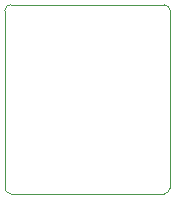
<source format=gbr>
%TF.GenerationSoftware,KiCad,Pcbnew,8.0.7*%
%TF.CreationDate,2025-01-03T17:26:32-07:00*%
%TF.ProjectId,minimal-ffc-i2c,6d696e69-6d61-46c2-9d66-66632d693263,rev?*%
%TF.SameCoordinates,Original*%
%TF.FileFunction,Profile,NP*%
%FSLAX46Y46*%
G04 Gerber Fmt 4.6, Leading zero omitted, Abs format (unit mm)*
G04 Created by KiCad (PCBNEW 8.0.7) date 2025-01-03 17:26:32*
%MOMM*%
%LPD*%
G01*
G04 APERTURE LIST*
%TA.AperFunction,Profile*%
%ADD10C,0.100000*%
%TD*%
G04 APERTURE END LIST*
D10*
X103400000Y-100050000D02*
G75*
G02*
X102900000Y-99550000I0J500000D01*
G01*
X103400000Y-84050000D02*
X116400000Y-84050000D01*
X102900000Y-99550000D02*
X102900000Y-84550000D01*
X116900000Y-99550000D02*
G75*
G02*
X116400000Y-100050000I-500000J0D01*
G01*
X102900000Y-84550000D02*
G75*
G02*
X103400000Y-84050000I500000J0D01*
G01*
X116900000Y-84550000D02*
X116900000Y-99550000D01*
X116400000Y-100050000D02*
X103400000Y-100050000D01*
X116400000Y-84050000D02*
G75*
G02*
X116900000Y-84550000I0J-500000D01*
G01*
M02*

</source>
